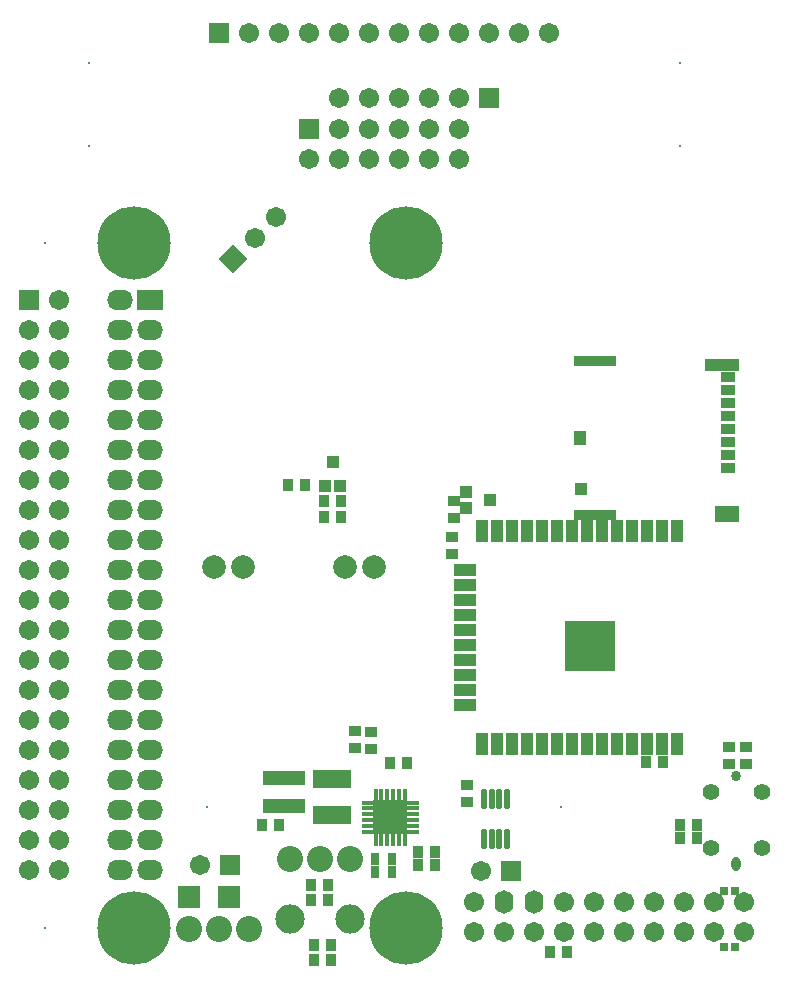
<source format=gbs>
G04*
G04 #@! TF.GenerationSoftware,Altium Limited,Altium Designer,21.0.8 (223)*
G04*
G04 Layer_Color=16711935*
%FSLAX25Y25*%
%MOIN*%
G70*
G04*
G04 #@! TF.SameCoordinates,C8F2EFAD-F301-47D2-81E3-A82B1A8C5C35*
G04*
G04*
G04 #@! TF.FilePolarity,Negative*
G04*
G01*
G75*
%ADD89R,0.03950X0.03753*%
%ADD90R,0.03753X0.03950*%
%ADD95O,0.01981X0.07099*%
%ADD115R,0.07200X0.07800*%
%ADD121R,0.14200X0.04600*%
%ADD136C,0.08674*%
%ADD137C,0.09800*%
%ADD138C,0.06706*%
%ADD139R,0.06706X0.06706*%
%ADD140R,0.06706X0.06706*%
%ADD141C,0.24422*%
%ADD142O,0.08674X0.06706*%
%ADD143R,0.08674X0.06706*%
%ADD144C,0.05524*%
%ADD145C,0.03398*%
%ADD146O,0.03084X0.04737*%
%ADD147C,0.07887*%
%ADD148P,0.09483X4X90.0*%
%ADD149C,0.00800*%
%ADD150O,0.06300X0.07800*%
%ADD234R,0.02800X0.03950*%
%ADD235R,0.04343X0.07493*%
%ADD236R,0.07493X0.04343*%
%ADD237R,0.16548X0.16548*%
%ADD238R,0.11430X0.11430*%
%ADD239R,0.01784X0.03950*%
%ADD240R,0.03950X0.01784*%
%ADD241R,0.02572X0.02965*%
%ADD242R,0.03950X0.04343*%
%ADD243R,0.04343X0.03950*%
%ADD244R,0.08005X0.05288*%
%ADD245R,0.05131X0.03556*%
%ADD246R,0.13910X0.03556*%
%ADD247R,0.11824X0.04186*%
%ADD248R,0.04461X0.04343*%
%ADD249R,0.03871X0.04934*%
%ADD250R,0.12800X0.06200*%
D89*
X272545Y115417D02*
D03*
Y109709D02*
D03*
X266724Y115423D02*
D03*
Y109714D02*
D03*
X175135Y191795D02*
D03*
Y197504D02*
D03*
X174632Y179854D02*
D03*
Y185563D02*
D03*
X179480Y102828D02*
D03*
Y97119D02*
D03*
X142197Y120854D02*
D03*
Y115146D02*
D03*
X147667Y120447D02*
D03*
Y114738D02*
D03*
D90*
X128595Y44340D02*
D03*
X134303D02*
D03*
Y49374D02*
D03*
X128595D02*
D03*
X212846Y47205D02*
D03*
X207138D02*
D03*
X250451Y89464D02*
D03*
X256160D02*
D03*
X244904Y110400D02*
D03*
X239196D02*
D03*
X137650Y197351D02*
D03*
X131941D02*
D03*
Y192287D02*
D03*
X137650D02*
D03*
X163319Y76146D02*
D03*
X169027D02*
D03*
X153764Y110200D02*
D03*
X159472D02*
D03*
X127646Y69521D02*
D03*
X133354D02*
D03*
X127646Y64519D02*
D03*
X133354D02*
D03*
X168827Y80546D02*
D03*
X163119D02*
D03*
X250451Y85141D02*
D03*
X256160D02*
D03*
X116854Y89594D02*
D03*
X111146D02*
D03*
X119825Y203000D02*
D03*
X125534D02*
D03*
D95*
X185161Y98193D02*
D03*
X187721D02*
D03*
X190279D02*
D03*
X192839D02*
D03*
X185161Y84807D02*
D03*
X187721D02*
D03*
X190279D02*
D03*
X192839D02*
D03*
D115*
X86954Y65481D02*
D03*
X100354D02*
D03*
D121*
X118500Y95905D02*
D03*
Y105205D02*
D03*
D136*
X120661Y78035D02*
D03*
X130661D02*
D03*
X140661D02*
D03*
X96803Y54886D02*
D03*
X106803D02*
D03*
X86803D02*
D03*
D137*
X120661Y58035D02*
D03*
X140661D02*
D03*
D138*
X43500Y74500D02*
D03*
X33500D02*
D03*
Y254500D02*
D03*
Y234500D02*
D03*
Y84500D02*
D03*
Y224500D02*
D03*
Y214500D02*
D03*
Y204500D02*
D03*
Y194500D02*
D03*
Y184500D02*
D03*
Y244500D02*
D03*
Y174500D02*
D03*
Y164500D02*
D03*
Y154500D02*
D03*
Y144500D02*
D03*
X33500Y134500D02*
D03*
X33500Y124500D02*
D03*
Y114500D02*
D03*
Y104500D02*
D03*
Y94500D02*
D03*
X43500D02*
D03*
Y104500D02*
D03*
Y114500D02*
D03*
Y124500D02*
D03*
X43500Y134500D02*
D03*
X43500Y144500D02*
D03*
Y154500D02*
D03*
Y164500D02*
D03*
Y174500D02*
D03*
Y244500D02*
D03*
Y184500D02*
D03*
Y194500D02*
D03*
Y204500D02*
D03*
Y214500D02*
D03*
Y224500D02*
D03*
Y84500D02*
D03*
Y234500D02*
D03*
Y254500D02*
D03*
Y264500D02*
D03*
X90478Y76146D02*
D03*
X177000Y311600D02*
D03*
Y321600D02*
D03*
X157000Y311600D02*
D03*
Y321600D02*
D03*
X127000Y311600D02*
D03*
X137000Y321600D02*
D03*
Y311600D02*
D03*
X147000Y321600D02*
D03*
Y311600D02*
D03*
X167000D02*
D03*
Y321600D02*
D03*
X184100Y74100D02*
D03*
X117000Y353500D02*
D03*
X187000D02*
D03*
X177000D02*
D03*
X167000D02*
D03*
X157000D02*
D03*
X147000D02*
D03*
X137000D02*
D03*
X127000D02*
D03*
X107000D02*
D03*
X197000D02*
D03*
X207000D02*
D03*
X167000Y331700D02*
D03*
X137000D02*
D03*
X147000D02*
D03*
X157000D02*
D03*
X177000D02*
D03*
X115839Y292212D02*
D03*
X108768Y285140D02*
D03*
X262050Y54000D02*
D03*
Y64000D02*
D03*
X272050Y54000D02*
D03*
Y64000D02*
D03*
X242050Y54000D02*
D03*
Y64000D02*
D03*
X252050Y54000D02*
D03*
Y64000D02*
D03*
X222050Y54000D02*
D03*
Y64000D02*
D03*
X232050Y54000D02*
D03*
Y64000D02*
D03*
X202050Y54000D02*
D03*
X212050D02*
D03*
Y64000D02*
D03*
X192050Y54000D02*
D03*
X182050Y64000D02*
D03*
Y54000D02*
D03*
D139*
X33500Y264500D02*
D03*
D140*
X100478Y76146D02*
D03*
X127000Y321600D02*
D03*
X194100Y74100D02*
D03*
X97000Y353500D02*
D03*
X187000Y331700D02*
D03*
D141*
X68713Y55262D02*
D03*
X159264Y55262D02*
D03*
Y283608D02*
D03*
X68713D02*
D03*
D142*
X63850Y74435D02*
D03*
Y84435D02*
D03*
Y94435D02*
D03*
Y104435D02*
D03*
Y114435D02*
D03*
Y124435D02*
D03*
Y134435D02*
D03*
Y144435D02*
D03*
Y154435D02*
D03*
Y164435D02*
D03*
Y174435D02*
D03*
Y184435D02*
D03*
Y194435D02*
D03*
Y204435D02*
D03*
Y214435D02*
D03*
Y224435D02*
D03*
Y234435D02*
D03*
Y244435D02*
D03*
Y254435D02*
D03*
Y264435D02*
D03*
X73850Y74435D02*
D03*
Y84435D02*
D03*
Y94435D02*
D03*
Y104435D02*
D03*
Y114435D02*
D03*
Y124435D02*
D03*
Y134435D02*
D03*
Y144435D02*
D03*
Y154435D02*
D03*
Y164435D02*
D03*
Y174435D02*
D03*
Y184435D02*
D03*
Y194435D02*
D03*
Y204435D02*
D03*
Y214435D02*
D03*
Y224435D02*
D03*
Y234435D02*
D03*
Y244435D02*
D03*
Y254435D02*
D03*
D143*
Y264435D02*
D03*
D144*
X260898Y81684D02*
D03*
Y100582D02*
D03*
X277827Y81684D02*
D03*
Y100582D02*
D03*
D145*
X269362Y105896D02*
D03*
D146*
Y76369D02*
D03*
D147*
X148587Y175358D02*
D03*
X138744D02*
D03*
X104933D02*
D03*
X95091D02*
D03*
D148*
X101697Y278069D02*
D03*
D149*
X38811Y55262D02*
D03*
Y283609D02*
D03*
X250430Y343410D02*
D03*
X210976Y95380D02*
D03*
X53570Y343410D02*
D03*
X92866Y95380D02*
D03*
X53570Y315851D02*
D03*
X250430D02*
D03*
D150*
X202050Y64000D02*
D03*
X192050D02*
D03*
D234*
X148746Y73800D02*
D03*
X154454D02*
D03*
X148791Y78300D02*
D03*
X154500D02*
D03*
D235*
X249673Y187489D02*
D03*
X244673D02*
D03*
X239673D02*
D03*
X234673D02*
D03*
X229673D02*
D03*
X224673D02*
D03*
X219673D02*
D03*
X214673D02*
D03*
X209673D02*
D03*
X204673D02*
D03*
X199673D02*
D03*
X194673D02*
D03*
X189673D02*
D03*
X184673D02*
D03*
Y116623D02*
D03*
X189673D02*
D03*
X194673D02*
D03*
X199673D02*
D03*
X204673D02*
D03*
X209673D02*
D03*
X214673D02*
D03*
X219673D02*
D03*
X224673D02*
D03*
X229673D02*
D03*
X234673D02*
D03*
X239673D02*
D03*
X244673D02*
D03*
X249673D02*
D03*
D236*
X178768Y174556D02*
D03*
Y169556D02*
D03*
Y164556D02*
D03*
Y159556D02*
D03*
Y154556D02*
D03*
Y149556D02*
D03*
Y144556D02*
D03*
Y139556D02*
D03*
Y134556D02*
D03*
Y129556D02*
D03*
D237*
X220500Y149300D02*
D03*
D238*
X153988Y92054D02*
D03*
D239*
X158909Y99633D02*
D03*
X156941D02*
D03*
X154972D02*
D03*
X153004D02*
D03*
X151035D02*
D03*
X149067D02*
D03*
Y84476D02*
D03*
X151035D02*
D03*
X153004D02*
D03*
X154972D02*
D03*
X156941D02*
D03*
X158909D02*
D03*
D240*
X146409Y96976D02*
D03*
Y95007D02*
D03*
Y93039D02*
D03*
Y91070D02*
D03*
Y89102D02*
D03*
Y87133D02*
D03*
X161567D02*
D03*
Y89102D02*
D03*
Y91070D02*
D03*
Y93039D02*
D03*
Y95007D02*
D03*
Y96976D02*
D03*
D241*
X265236Y67594D02*
D03*
X268780D02*
D03*
X268746Y49000D02*
D03*
X265203D02*
D03*
D242*
X137354Y202563D02*
D03*
X134795Y210437D02*
D03*
X132236Y202563D02*
D03*
D243*
X179232Y195240D02*
D03*
X187106Y197799D02*
D03*
X179232Y200358D02*
D03*
D244*
X266141Y193165D02*
D03*
D245*
X266488Y208542D02*
D03*
Y212873D02*
D03*
Y221535D02*
D03*
Y217204D02*
D03*
Y230196D02*
D03*
Y225865D02*
D03*
Y238857D02*
D03*
Y234527D02*
D03*
D246*
X222197Y192893D02*
D03*
X222197Y244074D02*
D03*
D247*
X264421Y242991D02*
D03*
D248*
X217472Y201357D02*
D03*
D249*
X217177Y218483D02*
D03*
D250*
X134402Y104856D02*
D03*
Y92856D02*
D03*
M02*

</source>
